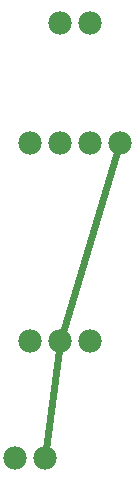
<source format=gtl>
G04 MADE WITH FRITZING*
G04 WWW.FRITZING.ORG*
G04 DOUBLE SIDED*
G04 HOLES PLATED*
G04 CONTOUR ON CENTER OF CONTOUR VECTOR*
%ASAXBY*%
%FSLAX23Y23*%
%MOIN*%
%OFA0B0*%
%SFA1.0B1.0*%
%ADD10C,0.078000*%
%ADD11C,0.024000*%
%LNCOPPER1*%
G90*
G70*
G54D10*
X478Y1967D03*
X378Y1967D03*
X578Y1567D03*
X478Y1567D03*
X378Y1567D03*
X278Y1567D03*
X328Y517D03*
X228Y517D03*
X278Y906D03*
X378Y906D03*
X478Y906D03*
G54D11*
X332Y547D02*
X374Y876D01*
D02*
X569Y1538D02*
X387Y935D01*
G04 End of Copper1*
M02*
</source>
